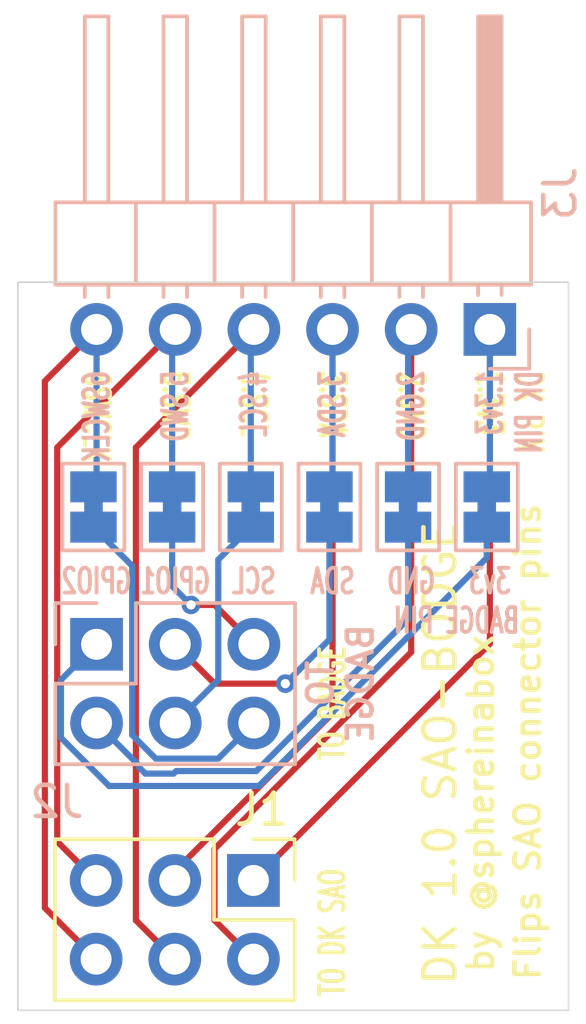
<source format=kicad_pcb>
(kicad_pcb (version 20240108) (generator "pcbnew") (generator_version "8.0")
  (layers (0 "F.Cu" signal) (31 "B.Cu" signal) (34 "B.Paste" user) (35 "F.Paste" user) (36 "B.SilkS" user "B.Silkscreen") (37 "F.SilkS" user "F.Silkscreen") (38 "B.Mask" user) (39 "F.Mask" user) (44 "Edge.Cuts" user))
  (net 0 "")
  (net 1 "/DK_SWCLK")
  (net 2 "/DK_SWD")
  (net 3 "/DK_SDA")
  (net 4 "/DK_3v3")
  (net 5 "/DK_GND")
  (net 6 "/DK_SCL")
  (net 7 "/GPIO1")
  (net 8 "/SCL")
  (net 9 "/SDA")
  (net 10 "/3v3")
  (net 11 "/GND")
  (net 12 "/GPIO2")
  (footprint "Connector_PinHeader_2.54mm:PinHeader_2x03_P2.54mm_Vertical" (layer "F.Cu") (at 60.945 96.52 -90)
    (property "Reference" "J1" (at -2.286 -0.269 180) (layer "F.SilkS"))
    (property "Value" "DK thing")
    (fp_line (start -1.33 6.41) (end 3.87 6.41) (stroke (width 0.12)) (layer "F.SilkS"))
    (fp_line (start -1.33 1.27) (end -1.33 6.41) (stroke (width 0.12)) (layer "F.SilkS"))
    (fp_line (start -1.33 1.27) (end 1.27 1.27) (stroke (width 0.12)) (layer "F.SilkS"))
    (fp_line (start 1.27 1.27) (end 1.27 -1.33) (stroke (width 0.12)) (layer "F.SilkS"))
    (fp_line (start -1.33 0) (end -1.33 -1.33) (stroke (width 0.12)) (layer "F.SilkS"))
    (fp_line (start -1.33 -1.33) (end 0 -1.33) (stroke (width 0.12)) (layer "F.SilkS"))
    (fp_line (start 1.27 -1.33) (end 3.87 -1.33) (stroke (width 0.12)) (layer "F.SilkS"))
    (fp_line (start 3.87 -1.33) (end 3.87 6.41) (stroke (width 0.12)) (layer "F.SilkS"))
    (pad "1" thru_hole rect (at 0 0 270) (size 1.7 1.7) (drill 1) (layers "*.Cu" "*.Mask") (net 4 "/DK_3v3"))
    (pad "2" thru_hole oval (at 2.54 0 270) (size 1.7 1.7) (drill 1) (layers "*.Cu" "*.Mask") (net 5 "/DK_GND"))
    (pad "3" thru_hole oval (at 0 2.54 270) (size 1.7 1.7) (drill 1) (layers "*.Cu" "*.Mask") (net 3 "/DK_SDA"))
    (pad "4" thru_hole oval (at 2.54 2.54 270) (size 1.7 1.7) (drill 1) (layers "*.Cu" "*.Mask") (net 6 "/DK_SCL"))
    (pad "5" thru_hole oval (at 0 5.08 270) (size 1.7 1.7) (drill 1) (layers "*.Cu" "*.Mask") (net 2 "/DK_SWD"))
    (pad "6" thru_hole oval (at 2.54 5.08 270) (size 1.7 1.7) (drill 1) (layers "*.Cu" "*.Mask") (net 1 "/DK_SWCLK"))
  )
  (footprint "Jumper:SolderJumper-2_P1.3mm_Bridged_Pad1.0x1.5mm" (layer "B.Cu") (at 55.78 84.47 -90)
    (property "Reference" "JP6" (hide yes))
    (property "Value" "SolderJumper_2_Bridged")
    (fp_poly (pts (xy -0.25 0.3) (xy 0.25 0.3) (xy 0.25 -0.3) (xy -0.25 -0.3)) (fill solid) (layer "B.Cu"))
    (fp_line (start -1.4 1) (end -1.4 -1) (stroke (width 0.12)) (layer "B.SilkS"))
    (fp_line (start 1.4 1) (end -1.4 1) (stroke (width 0.12)) (layer "B.SilkS"))
    (fp_line (start -1.4 -1) (end 1.4 -1) (stroke (width 0.12)) (layer "B.SilkS"))
    (fp_line (start 1.4 -1) (end 1.4 1) (stroke (width 0.12)) (layer "B.SilkS"))
    (pad "1" smd rect (at -0.65 0 270) (size 1 1.5) (layers "B.Cu" "B.Mask") (net 1 "/DK_SWCLK"))
    (pad "2" smd rect (at 0.65 0 270) (size 1 1.5) (layers "B.Cu" "B.Mask") (net 12 "/GPIO2"))
  )
  (footprint "Connector_PinHeader_2.54mm:PinHeader_1x06_P2.54mm_Horizontal" (layer "B.Cu") (at 68.58 78.74 90)
    (property "Reference" "J3" (at 4.385 2.27 90) (layer "B.SilkS") (effects (justify mirror)))
    (property "Value" "Conn_01x06_Pin")
    (fp_line (start 4.1 -14.03) (end 1.44 -14.03) (stroke (width 0.12)) (layer "B.SilkS"))
    (fp_line (start 1.44 -14.03) (end 1.44 1.33) (stroke (width 0.12)) (layer "B.SilkS"))
    (fp_line (start 10.1 -13.08) (end 10.1 -12.32) (stroke (width 0.12)) (layer "B.SilkS"))
    (fp_line (start 4.1 -13.08) (end 10.1 -13.08) (stroke (width 0.12)) (layer "B.SilkS"))
    (fp_line (start 1.44 -13.08) (end 1.042929 -13.08) (stroke (width 0.12)) (layer "B.SilkS"))
    (fp_line (start 10.1 -12.32) (end 4.1 -12.32) (stroke (width 0.12)) (layer "B.SilkS"))
    (fp_line (start 1.44 -12.32) (end 1.042929 -12.32) (stroke (width 0.12)) (layer "B.SilkS"))
    (fp_line (start 4.1 -11.43) (end 1.44 -11.43) (stroke (width 0.12)) (layer "B.SilkS"))
    (fp_line (start 10.1 -10.54) (end 10.1 -9.78) (stroke (width 0.12)) (layer "B.SilkS"))
    (fp_line (start 4.1 -10.54) (end 10.1 -10.54) (stroke (width 0.12)) (layer "B.SilkS"))
    (fp_line (start 1.44 -10.54) (end 1.042929 -10.54) (stroke (width 0.12)) (layer "B.SilkS"))
    (fp_line (start 10.1 -9.78) (end 4.1 -9.78) (stroke (width 0.12)) (layer "B.SilkS"))
    (fp_line (start 1.44 -9.78) (end 1.042929 -9.78) (stroke (width 0.12)) (layer "B.SilkS"))
    (fp_line (start 4.1 -8.89) (end 1.44 -8.89) (stroke (width 0.12)) (layer "B.SilkS"))
    (fp_line (start 10.1 -8) (end 10.1 -7.24) (stroke (width 0.12)) (layer "B.SilkS"))
    (fp_line (start 4.1 -8) (end 10.1 -8) (stroke (width 0.12)) (layer "B.SilkS"))
    (fp_line (start 1.44 -8) (end 1.042929 -8) (stroke (width 0.12)) (layer "B.SilkS"))
    (fp_line (start 10.1 -7.24) (end 4.1 -7.24) (stroke (width 0.12)) (layer "B.SilkS"))
    (fp_line (start 1.44 -7.24) (end 1.042929 -7.24) (stroke (width 0.12)) (layer "B.SilkS"))
    (fp_line (start 4.1 -6.35) (end 1.44 -6.35) (stroke (width 0.12)) (layer "B.SilkS"))
    (fp_line (start 10.1 -5.46) (end 10.1 -4.7) (stroke (width 0.12)) (layer "B.SilkS"))
    (fp_line (start 4.1 -5.46) (end 10.1 -5.46) (stroke (width 0.12)) (layer "B.SilkS"))
    (fp_line (start 1.44 -5.46) (end 1.042929 -5.46) (stroke (width 0.12)) (layer "B.SilkS"))
    (fp_line (start 10.1 -4.7) (end 4.1 -4.7) (stroke (width 0.12)) (layer "B.SilkS"))
    (fp_line (start 1.44 -4.7) (end 1.042929 -4.7) (stroke (width 0.12)) (layer "B.SilkS"))
    (fp_line (start 4.1 -3.81) (end 1.44 -3.81) (stroke (width 0.12)) (layer "B.SilkS"))
    (fp_line (start 10.1 -2.92) (end 10.1 -2.16) (stroke (width 0.12)) (layer "B.SilkS"))
    (fp_line (start 4.1 -2.92) (end 10.1 -2.92) (stroke (width 0.12)) (layer "B.SilkS"))
    (fp_line (start 1.44 -2.92) (end 1.042929 -2.92) (stroke (width 0.12)) (layer "B.SilkS"))
    (fp_line (start 10.1 -2.16) (end 4.1 -2.16) (stroke (width 0.12)) (layer "B.SilkS"))
    (fp_line (start 1.44 -2.16) (end 1.042929 -2.16) (stroke (width 0.12)) (layer "B.SilkS"))
    (fp_line (start 4.1 -1.27) (end 1.44 -1.27) (stroke (width 0.12)) (layer "B.SilkS"))
    (fp_line (start 10.1 -0.38) (end 10.1 0.38) (stroke (width 0.12)) (layer "B.SilkS"))
    (fp_line (start 4.1 -0.38) (end 10.1 -0.38) (stroke (width 0.12)) (layer "B.SilkS"))
    (fp_line (start 1.44 -0.38) (end 1.11 -0.38) (stroke (width 0.12)) (layer "B.SilkS"))
    (fp_line (start 10.1 -0.28) (end 4.1 -0.28) (stroke (width 0.12)) (layer "B.SilkS"))
    (fp_line (start 10.1 -0.16) (end 4.1 -0.16) (stroke (width 0.12)) (layer "B.SilkS"))
    (fp_line (start 10.1 -0.04) (end 4.1 -0.04) (stroke (width 0.12)) (layer "B.SilkS"))
    (fp_line (start 10.1 0.08) (end 4.1 0.08) (stroke (width 0.12)) (layer "B.SilkS"))
    (fp_line (start 10.1 0.2) (end 4.1 0.2) (stroke (width 0.12)) (layer "B.SilkS"))
    (fp_line (start 10.1 0.32) (end 4.1 0.32) (stroke (width 0.12)) (layer "B.SilkS"))
    (fp_line (start 10.1 0.38) (end 4.1 0.38) (stroke (width 0.12)) (layer "B.SilkS"))
    (fp_line (start 1.44 0.38) (end 1.11 0.38) (stroke (width 0.12)) (layer "B.SilkS"))
    (fp_line (start 0 1.27) (end -1.27 1.27) (stroke (width 0.12)) (layer "B.SilkS"))
    (fp_line (start -1.27 1.27) (end -1.27 0) (stroke (width 0.12)) (layer "B.SilkS"))
    (fp_line (start 4.1 1.33) (end 4.1 -14.03) (stroke (width 0.12)) (layer "B.SilkS"))
    (fp_line (start 1.44 1.33) (end 4.1 1.33) (stroke (width 0.12)) (layer "B.SilkS"))
    (pad "1" thru_hole rect (at 0 0 90) (size 1.7 1.7) (drill 1) (layers "*.Cu" "*.Mask") (net 4 "/DK_3v3"))
    (pad "2" thru_hole oval (at 0 -2.54 90) (size 1.7 1.7) (drill 1) (layers "*.Cu" "*.Mask") (net 5 "/DK_GND"))
    (pad "3" thru_hole oval (at 0 -5.08 90) (size 1.7 1.7) (drill 1) (layers "*.Cu" "*.Mask") (net 3 "/DK_SDA"))
    (pad "4" thru_hole oval (at 0 -7.62 90) (size 1.7 1.7) (drill 1) (layers "*.Cu" "*.Mask") (net 6 "/DK_SCL"))
    (pad "5" thru_hole oval (at 0 -10.16 90) (size 1.7 1.7) (drill 1) (layers "*.Cu" "*.Mask") (net 2 "/DK_SWD"))
    (pad "6" thru_hole oval (at 0 -12.7 90) (size 1.7 1.7) (drill 1) (layers "*.Cu" "*.Mask") (net 1 "/DK_SWCLK"))
  )
  (footprint "Jumper:SolderJumper-2_P1.3mm_Bridged_Pad1.0x1.5mm" (layer "B.Cu") (at 58.32 84.47 -90)
    (property "Reference" "JP5" (hide yes))
    (property "Value" "SolderJumper_2_Bridged")
    (fp_poly (pts (xy -0.25 0.3) (xy 0.25 0.3) (xy 0.25 -0.3) (xy -0.25 -0.3)) (fill solid) (layer "B.Cu"))
    (fp_line (start -1.4 1) (end -1.4 -1) (stroke (width 0.12)) (layer "B.SilkS"))
    (fp_line (start 1.4 1) (end -1.4 1) (stroke (width 0.12)) (layer "B.SilkS"))
    (fp_line (start -1.4 -1) (end 1.4 -1) (stroke (width 0.12)) (layer "B.SilkS"))
    (fp_line (start 1.4 -1) (end 1.4 1) (stroke (width 0.12)) (layer "B.SilkS"))
    (pad "1" smd rect (at -0.65 0 270) (size 1 1.5) (layers "B.Cu" "B.Mask") (net 2 "/DK_SWD"))
    (pad "2" smd rect (at 0.65 0 270) (size 1 1.5) (layers "B.Cu" "B.Mask") (net 7 "/GPIO1"))
  )
  (footprint "Connector_PinHeader_2.54mm:PinHeader_2x03_P2.54mm_Vertical" (layer "B.Cu") (at 55.88 88.9 -90)
    (property "Reference" "J2" (at 5.08 1.285 180) (layer "B.SilkS") (effects (justify mirror)))
    (property "Value" "SAO")
    (fp_line (start -1.33 1.33) (end -1.33 0) (stroke (width 0.12)) (layer "B.SilkS"))
    (fp_line (start 0 1.33) (end -1.33 1.33) (stroke (width 0.12)) (layer "B.SilkS"))
    (fp_line (start 1.27 1.33) (end 1.27 -1.27) (stroke (width 0.12)) (layer "B.SilkS"))
    (fp_line (start 3.87 1.33) (end 1.27 1.33) (stroke (width 0.12)) (layer "B.SilkS"))
    (fp_line (start 1.27 -1.27) (end -1.33 -1.27) (stroke (width 0.12)) (layer "B.SilkS"))
    (fp_line (start -1.33 -6.41) (end -1.33 -1.27) (stroke (width 0.12)) (layer "B.SilkS"))
    (fp_line (start 3.87 -6.41) (end 3.87 1.33) (stroke (width 0.12)) (layer "B.SilkS"))
    (fp_line (start 3.87 -6.41) (end -1.33 -6.41) (stroke (width 0.12)) (layer "B.SilkS"))
    (pad "1" thru_hole rect (at 0 0 270) (size 1.7 1.7) (drill 1) (layers "*.Cu" "*.Mask") (net 10 "/3v3"))
    (pad "2" thru_hole oval (at 2.54 0 270) (size 1.7 1.7) (drill 1) (layers "*.Cu" "*.Mask") (net 11 "/GND"))
    (pad "3" thru_hole oval (at 0 -2.54 270) (size 1.7 1.7) (drill 1) (layers "*.Cu" "*.Mask") (net 9 "/SDA"))
    (pad "4" thru_hole oval (at 2.54 -2.54 270) (size 1.7 1.7) (drill 1) (layers "*.Cu" "*.Mask") (net 8 "/SCL"))
    (pad "5" thru_hole oval (at 0 -5.08 270) (size 1.7 1.7) (drill 1) (layers "*.Cu" "*.Mask") (net 7 "/GPIO1"))
    (pad "6" thru_hole oval (at 2.54 -5.08 270) (size 1.7 1.7) (drill 1) (layers "*.Cu" "*.Mask") (net 12 "/GPIO2"))
  )
  (footprint "Jumper:SolderJumper-2_P1.3mm_Bridged_Pad1.0x1.5mm" (layer "B.Cu") (at 65.94 84.47 -90)
    (property "Reference" "JP2" (hide yes))
    (property "Value" "SolderJumper_2_Bridged")
    (fp_poly (pts (xy -0.25 0.3) (xy 0.25 0.3) (xy 0.25 -0.3) (xy -0.25 -0.3)) (fill solid) (layer "B.Cu"))
    (fp_line (start -1.4 1) (end -1.4 -1) (stroke (width 0.12)) (layer "B.SilkS"))
    (fp_line (start 1.4 1) (end -1.4 1) (stroke (width 0.12)) (layer "B.SilkS"))
    (fp_line (start -1.4 -1) (end 1.4 -1) (stroke (width 0.12)) (layer "B.SilkS"))
    (fp_line (start 1.4 -1) (end 1.4 1) (stroke (width 0.12)) (layer "B.SilkS"))
    (pad "1" smd rect (at -0.65 0 270) (size 1 1.5) (layers "B.Cu" "B.Mask") (net 5 "/DK_GND"))
    (pad "2" smd rect (at 0.65 0 270) (size 1 1.5) (layers "B.Cu" "B.Mask") (net 11 "/GND"))
  )
  (footprint "Jumper:SolderJumper-2_P1.3mm_Bridged_Pad1.0x1.5mm" (layer "B.Cu") (at 60.86 84.47 -90)
    (property "Reference" "JP4" (hide yes))
    (property "Value" "SolderJumper_2_Bridged")
    (fp_poly (pts (xy -0.25 0.3) (xy 0.25 0.3) (xy 0.25 -0.3) (xy -0.25 -0.3)) (fill solid) (layer "B.Cu"))
    (fp_line (start -1.4 1) (end -1.4 -1) (stroke (width 0.12)) (layer "B.SilkS"))
    (fp_line (start 1.4 1) (end -1.4 1) (stroke (width 0.12)) (layer "B.SilkS"))
    (fp_line (start -1.4 -1) (end 1.4 -1) (stroke (width 0.12)) (layer "B.SilkS"))
    (fp_line (start 1.4 -1) (end 1.4 1) (stroke (width 0.12)) (layer "B.SilkS"))
    (pad "1" smd rect (at -0.65 0 270) (size 1 1.5) (layers "B.Cu" "B.Mask") (net 6 "/DK_SCL"))
    (pad "2" smd rect (at 0.65 0 270) (size 1 1.5) (layers "B.Cu" "B.Mask") (net 8 "/SCL"))
  )
  (footprint "Jumper:SolderJumper-2_P1.3mm_Bridged_Pad1.0x1.5mm" (layer "B.Cu") (at 63.4 84.47 -90)
    (property "Reference" "JP3" (hide yes))
    (property "Value" "SolderJumper_2_Bridged")
    (fp_poly (pts (xy -0.25 0.3) (xy 0.25 0.3) (xy 0.25 -0.3) (xy -0.25 -0.3)) (fill solid) (layer "B.Cu"))
    (fp_line (start -1.4 1) (end -1.4 -1) (stroke (width 0.12)) (layer "B.SilkS"))
    (fp_line (start 1.4 1) (end -1.4 1) (stroke (width 0.12)) (layer "B.SilkS"))
    (fp_line (start -1.4 -1) (end 1.4 -1) (stroke (width 0.12)) (layer "B.SilkS"))
    (fp_line (start 1.4 -1) (end 1.4 1) (stroke (width 0.12)) (layer "B.SilkS"))
    (pad "1" smd rect (at -0.65 0 270) (size 1 1.5) (layers "B.Cu" "B.Mask") (net 3 "/DK_SDA"))
    (pad "2" smd rect (at 0.65 0 270) (size 1 1.5) (layers "B.Cu" "B.Mask") (net 9 "/SDA"))
  )
  (footprint "Jumper:SolderJumper-2_P1.3mm_Bridged_Pad1.0x1.5mm" (layer "B.Cu") (at 68.48 84.47 -90)
    (property "Reference" "JP1" (hide yes))
    (property "Value" "SolderJumper_2_Bridged")
    (fp_poly (pts (xy -0.25 0.3) (xy 0.25 0.3) (xy 0.25 -0.3) (xy -0.25 -0.3)) (fill solid) (layer "B.Cu"))
    (fp_line (start -1.4 1) (end -1.4 -1) (stroke (width 0.12)) (layer "B.SilkS"))
    (fp_line (start 1.4 1) (end -1.4 1) (stroke (width 0.12)) (layer "B.SilkS"))
    (fp_line (start -1.4 -1) (end 1.4 -1) (stroke (width 0.12)) (layer "B.SilkS"))
    (fp_line (start 1.4 -1) (end 1.4 1) (stroke (width 0.12)) (layer "B.SilkS"))
    (pad "1" smd rect (at -0.65 0 270) (size 1 1.5) (layers "B.Cu" "B.Mask") (net 4 "/DK_3v3"))
    (pad "2" smd rect (at 0.65 0 270) (size 1 1.5) (layers "B.Cu" "B.Mask") (net 10 "/3v3"))
  )
  (gr_rect (start 53.34 77.216) (end 71.12 100.711) (stroke (width 0.05)) (fill none) (layer "Edge.Cuts"))
  (gr_text "SDA" (at 63.5 86.868 -0) (layer "B.SilkS") (effects (font (size 0.8 0.5)) (justify mirror)))
  (gr_text "GND" (at 66.04 86.868 -0) (layer "B.SilkS") (effects (font (size 0.8 0.5)) (justify mirror)))
  (gr_text "TO\nBADGE" (at 63.754 90.17 90) (layer "B.SilkS") (effects (font (size 0.8 0.8)) (justify mirror)))
  (gr_text "SCL" (at 60.96 86.868 -0) (layer "B.SilkS") (effects (font (size 0.8 0.5)) (justify mirror)))
  (gr_text "6SWCLK" (at 55.88 80.01 90) (layer "B.SilkS") (effects (font (size 0.8 0.5)) (justify left mirror)))
  (gr_text "1.3v3" (at 68.58 80.01 90) (layer "B.SilkS") (effects (font (size 0.8 0.5)) (justify left mirror)))
  (gr_text "3.SDA" (at 63.5 80.01 90) (layer "B.SilkS") (effects (font (size 0.8 0.5)) (justify left mirror)))
  (gr_text "5.SWD" (at 58.42 80.01 90) (layer "B.SilkS") (effects (font (size 0.8 0.5)) (justify left mirror)))
  (gr_text "3v3" (at 68.58 86.868 -0) (layer "B.SilkS") (effects (font (size 0.8 0.5)) (justify mirror)))
  (gr_text "4.SCL" (at 60.96 80.01 90) (layer "B.SilkS") (effects (font (size 0.8 0.5)) (justify left mirror)))
  (gr_text "2.GND" (at 66.04 80.01 90) (layer "B.SilkS") (effects (font (size 0.8 0.5)) (justify left mirror)))
  (gr_text "GPIO1" (at 58.42 86.868 -0) (layer "B.SilkS") (effects (font (size 0.8 0.5)) (justify mirror)))
  (gr_text "GPIO2" (at 55.88 86.868 -0) (layer "B.SilkS") (effects (font (size 0.8 0.5)) (justify mirror)))
  (gr_text "BADGE PIN" (at 69.596 88.138 -0) (layer "B.SilkS") (effects (font (size 0.8 0.5)) (justify left mirror)))
  (gr_text "DK PIN" (at 69.85 80.01 90) (layer "B.SilkS") (effects (font (size 0.8 0.5)) (justify left mirror)))
  (gr_text "2.GND" (at 66.04 80.01 -90) (layer "F.SilkS") (effects (font (size 0.8 0.5)) (justify left)))
  (gr_text "3.SDA" (at 63.5 80.01 -90) (layer "F.SilkS") (effects (font (size 0.8 0.5)) (justify left)))
  (gr_text "TO DK SAO" (at 63.5 100.33 90) (layer "F.SilkS") (effects (font (size 0.8 0.5)) (justify left)))
  (gr_text "6SWCLK" (at 55.88 80.01 -90) (layer "F.SilkS") (effects (font (size 0.8 0.5)) (justify left)))
  (gr_text "4.SCL" (at 60.96 80.01 -90) (layer "F.SilkS") (effects (font (size 0.8 0.5)) (justify left)))
  (gr_text "by @sphereinabox" (at 67.818 99.568 90) (layer "F.SilkS") (effects (font (size 0.8 0.8)) (justify left top)))
  (gr_text "Flips SAO connector pins" (at 69.342 99.822 90) (layer "F.SilkS") (effects (font (size 0.8 0.8)) (justify left top)))
  (gr_text "DK 1.0 SAO-BODGE" (at 67.564 84.836 90) (layer "F.SilkS") (effects (font (size 1 1)) (justify right bottom)))
  (gr_text "1.3v3" (at 68.58 80.01 -90) (layer "F.SilkS") (effects (font (size 0.8 0.5)) (justify left)))
  (gr_text "TO BADGE" (at 63.5 92.71 90) (layer "F.SilkS") (effects (font (size 0.8 0.5) (thickness 0.125)) (justify left)))
  (gr_text "DK PIN" (at 69.85 80.01 -90) (layer "F.SilkS") (effects (font (size 0.8 0.5)) (justify left)))
  (gr_text "5.SWD" (at 58.42 80.01 -90) (layer "F.SilkS") (effects (font (size 0.8 0.5)) (justify left)))
  (segment (start 54.21 80.41) (end 54.21 97.405) (width 0.2) (layer "F.Cu") (net 1))
  (segment (start 54.21 97.405) (end 55.865 99.06) (width 0.2) (layer "F.Cu") (net 1))
  (segment (start 55.88 78.74) (end 54.21 80.41) (width 0.2) (layer "F.Cu") (net 1))
  (segment (start 55.88 83.566) (end 55.88 78.74) (width 0.2) (layer "B.Cu") (net 1))
  (segment (start 55.78 83.666) (end 55.88 83.566) (width 0.2) (layer "B.Cu") (net 1))
  (segment (start 55.78 83.82) (end 55.78 83.666) (width 0.2) (layer "B.Cu") (net 1))
  (segment (start 54.61 95.265) (end 55.865 96.52) (width 0.2) (layer "F.Cu") (net 2))
  (segment (start 58.42 78.74) (end 54.61 82.55) (width 0.2) (layer "F.Cu") (net 2))
  (segment (start 54.61 82.55) (end 54.61 95.265) (width 0.2) (layer "F.Cu") (net 2))
  (segment (start 58.32 79.094) (end 58.32 83.82) (width 0.2) (layer "B.Cu") (net 2))
  (segment (start 58.42 78.994) (end 58.32 79.094) (width 0.2) (layer "B.Cu") (net 2))
  (segment (start 58.42 78.74) (end 58.42 78.994) (width 0.2) (layer "B.Cu") (net 2))
  (segment (start 63.5 78.74) (end 63.5 91.128314) (width 0.2) (layer "F.Cu") (net 3))
  (segment (start 63.5 91.128314) (end 58.405 96.223314) (width 0.2) (layer "F.Cu") (net 3))
  (segment (start 58.405 96.223314) (end 58.405 96.52) (width 0.2) (layer "F.Cu") (net 3))
  (segment (start 63.5 83.72) (end 63.4 83.82) (width 0.2) (layer "B.Cu") (net 3))
  (segment (start 63.5 78.74) (end 63.5 83.72) (width 0.2) (layer "B.Cu") (net 3))
  (segment (start 68.58 78.74) (end 68.58 88.885) (width 0.2) (layer "F.Cu") (net 4))
  (segment (start 68.58 88.885) (end 60.945 96.52) (width 0.2) (layer "F.Cu") (net 4))
  (segment (start 68.58 78.74) (end 68.58 83.72) (width 0.2) (layer "B.Cu") (net 4))
  (segment (start 68.58 83.72) (end 68.48 83.82) (width 0.2) (layer "B.Cu") (net 4))
  (segment (start 66.04 89.154) (end 59.69 95.504) (width 0.2) (layer "F.Cu") (net 5))
  (segment (start 59.69 95.504) (end 59.69 97.805) (width 0.2) (layer "F.Cu") (net 5))
  (segment (start 66.04 78.74) (end 66.04 89.154) (width 0.2) (layer "F.Cu") (net 5))
  (segment (start 59.69 97.805) (end 60.945 99.06) (width 0.2) (layer "F.Cu") (net 5))
  (segment (start 65.94 83.82) (end 65.94 78.84) (width 0.2) (layer "B.Cu") (net 5))
  (segment (start 65.94 78.84) (end 66.04 78.74) (width 0.2) (layer "B.Cu") (net 5))
  (segment (start 57.15 82.55) (end 57.15 97.805) (width 0.2) (layer "F.Cu") (net 6))
  (segment (start 60.96 78.74) (end 57.15 82.55) (width 0.2) (layer "F.Cu") (net 6))
  (segment (start 57.15 97.805) (end 58.405 99.06) (width 0.2) (layer "F.Cu") (net 6))
  (segment (start 60.86 83.82) (end 60.86 78.84) (width 0.2) (layer "B.Cu") (net 6))
  (segment (start 60.86 78.84) (end 60.96 78.74) (width 0.2) (layer "B.Cu") (net 6))
  (segment (start 59.69 87.63) (end 60.96 88.9) (width 0.2) (layer "F.Cu") (net 7))
  (segment (start 58.928 87.63) (end 59.69 87.63) (width 0.2) (layer "F.Cu") (net 7))
  (via (at 58.928 87.63) (size 0.6) (drill 0.3) (layers "F.Cu" "B.Cu") (net 7))
  (segment (start 58.32 87.022) (end 58.928 87.63) (width 0.2) (layer "B.Cu") (net 7))
  (segment (start 58.32 85.12) (end 58.32 87.022) (width 0.2) (layer "B.Cu") (net 7))
  (segment (start 58.42 91.44) (end 58.166 91.44) (width 0.2) (layer "F.Cu") (net 8))
  (segment (start 59.81 90.05) (end 58.42 91.44) (width 0.2) (layer "B.Cu") (net 8))
  (segment (start 60.86 85.12) (end 59.81 86.17) (width 0.2) (layer "B.Cu") (net 8))
  (segment (start 59.81 86.17) (end 59.81 90.05) (width 0.2) (layer "B.Cu") (net 8))
  (segment (start 59.69 90.17) (end 58.42 88.9) (width 0.2) (layer "F.Cu") (net 9))
  (segment (start 61.976 90.17) (end 59.69 90.17) (width 0.2) (layer "F.Cu") (net 9))
  (via (at 61.976 90.17) (size 0.6) (drill 0.3) (layers "F.Cu" "B.Cu") (net 9))
  (segment (start 63.4 88.746) (end 61.976 90.17) (width 0.2) (layer "B.Cu") (net 9))
  (segment (start 63.4 85.12) (end 63.4 88.746) (width 0.2) (layer "B.Cu") (net 9))
  (segment (start 54.73 90.05) (end 55.88 88.9) (width 0.2) (layer "B.Cu") (net 10))
  (segment (start 68.48 85.12) (end 68.48 86.112032) (width 0.2) (layer "B.Cu") (net 10))
  (segment (start 61.120032 93.472) (end 56.285654 93.472) (width 0.2) (layer "B.Cu") (net 10))
  (segment (start 68.48 86.112032) (end 61.120032 93.472) (width 0.2) (layer "B.Cu") (net 10))
  (segment (start 56.285654 93.472) (end 54.73 91.916346) (width 0.2) (layer "B.Cu") (net 10))
  (segment (start 54.73 91.916346) (end 54.73 90.05) (width 0.2) (layer "B.Cu") (net 10))
  (segment (start 57.258 92.875685) (end 57.258 92.818) (width 0.2) (layer "B.Cu") (net 11))
  (segment (start 58.369685 93.072) (end 57.454315 93.072) (width 0.2) (layer "B.Cu") (net 11))
  (segment (start 65.94 88.086346) (end 61.036346 92.99) (width 0.2) (layer "B.Cu") (net 11))
  (segment (start 58.451685 92.99) (end 58.369685 93.072) (width 0.2) (layer "B.Cu") (net 11))
  (segment (start 61.036346 92.99) (end 58.451685 92.99) (width 0.2) (layer "B.Cu") (net 11))
  (segment (start 57.258 92.818) (end 55.88 91.44) (width 0.2) (layer "B.Cu") (net 11))
  (segment (start 65.94 85.12) (end 65.94 88.086346) (width 0.2) (layer "B.Cu") (net 11))
  (segment (start 57.454315 93.072) (end 57.258 92.875685) (width 0.2) (layer "B.Cu") (net 11))
  (segment (start 59.81 92.59) (end 60.96 91.44) (width 0.2) (layer "B.Cu") (net 12))
  (segment (start 57.792 92.59) (end 59.81 92.59) (width 0.2) (layer "B.Cu") (net 12))
  (segment (start 57.03 91.828) (end 57.792 92.59) (width 0.2) (layer "B.Cu") (net 12))
  (segment (start 55.78 85.12) (end 57.03 86.37) (width 0.2) (layer "B.Cu") (net 12))
  (segment (start 57.03 86.37) (end 57.03 91.828) (width 0.2) (layer "B.Cu") (net 12))
)
</source>
